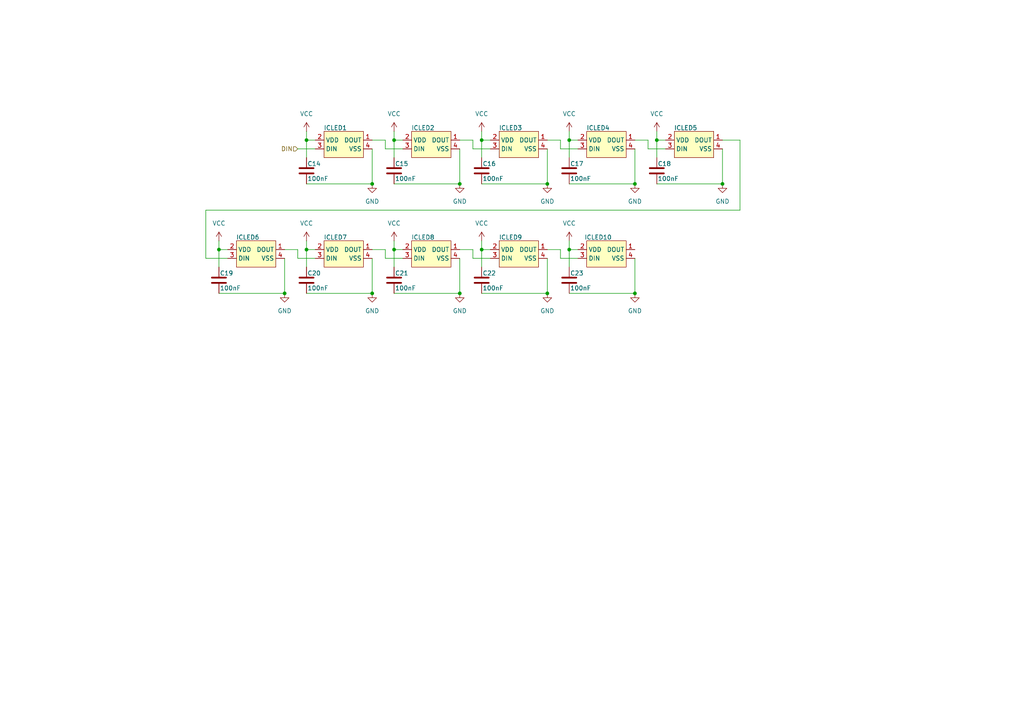
<source format=kicad_sch>
(kicad_sch (version 20250114) (generator "eeschema") (generator_version "9.0")
  (paper "A4")
  (lib_symbols
    (symbol "Device:C" (pin_numbers (hide yes)) (pin_names (offset 0.254))
      (property "Reference" "C" (at 0.635 2.54 0))
      (property "Value" "C" (at 0.635 -2.54 0))
      (symbol "C_0_1"
        (polyline (pts (xy -2.032 0.762) (xy 2.032 0.762)) (stroke (width 0.508)))
        (polyline (pts (xy -2.032 -0.762) (xy 2.032 -0.762)) (stroke (width 0.508)))
      )
      (symbol "C_1_1"
        (pin passive line (at 0 3.81 270) (length 2.794) (name "~") (number "1"))
        (pin passive line (at 0 -3.81 90) (length 2.794) (name "~") (number "2"))
      )
    )
    (symbol "My_Parts:Address_LED"
      (property "Reference" "ICLED" (at -2.54 4.826 0))
      (symbol "Address_LED_1_1"
        (rectangle (start -5.08 3.81) (end 6.35 -3.81) (fill (type background)))
        (pin power_in line (at -7.62 1.27 0) (length 2.54) (name "VDD") (number "2"))
        (pin input line (at -7.62 -1.27 0) (length 2.54) (name "DIN") (number "3"))
        (pin output line (at 8.89 1.27 180) (length 2.54) (name "DOUT") (number "1"))
        (pin passive line (at 8.89 -1.27 180) (length 2.54) (name "VSS") (number "4"))
      )
    )
    (symbol "power:GND" (power) (pin_numbers (hide yes)) (pin_names (offset 0) (hide yes))
      (property "Value" "GND" (at 0 -3.81 0))
      (symbol "GND_0_1"
        (polyline (pts (xy 0 0) (xy 0 -1.27) (xy 1.27 -1.27) (xy 0 -2.54) (xy -1.27 -1.27) (xy 0 -1.27)))
      )
      (symbol "GND_1_1"
        (pin power_in line (at 0 0 270) (length 0) (name "~") (number "1"))
      )
    )
    (symbol "power:VCC" (power) (pin_numbers (hide yes)) (pin_names (offset 0) (hide yes))
      (property "Value" "VCC" (at 0 3.556 0))
      (symbol "VCC_0_1"
        (polyline (pts (xy -0.762 1.27) (xy 0 2.54)))
        (polyline (pts (xy 0 2.54) (xy 0.762 1.27)))
        (polyline (pts (xy 0 0) (xy 0 2.54)))
      )
      (symbol "VCC_1_1"
        (pin power_in line (at 0 0 90) (length 0) (name "~") (number "1"))
      )
    )
  )
  (junction (at 184.15 85.09))
  (junction (at 107.95 85.09))
  (junction (at 133.35 85.09))
  (junction (at 114.3 72.39))
  (junction (at 158.75 85.09))
  (junction (at 133.35 53.34))
  (junction (at 165.1 72.39))
  (junction (at 82.55 85.09))
  (junction (at 158.75 53.34))
  (junction (at 139.7 40.64))
  (junction (at 139.7 72.39))
  (junction (at 114.3 40.64))
  (junction (at 184.15 53.34))
  (junction (at 88.9 72.39))
  (junction (at 63.5 72.39))
  (junction (at 107.95 53.34))
  (junction (at 165.1 40.64))
  (junction (at 190.5 40.64))
  (junction (at 209.55 53.34))
  (junction (at 88.9 40.64))
  (wire (pts (xy 184.15 74.93) (xy 184.15 85.09)))
  (wire (pts (xy 111.76 74.93) (xy 116.84 74.93)))
  (wire (pts (xy 86.36 72.39) (xy 86.36 74.93)))
  (wire (pts (xy 91.44 72.39) (xy 88.9 72.39)))
  (wire (pts (xy 139.7 85.09) (xy 158.75 85.09)))
  (wire (pts (xy 193.04 40.64) (xy 190.5 40.64)))
  (wire (pts (xy 88.9 69.85) (xy 88.9 72.39)))
  (wire (pts (xy 63.5 69.85) (xy 63.5 72.39)))
  (wire (pts (xy 165.1 72.39) (xy 165.1 77.47)))
  (wire (pts (xy 133.35 40.64) (xy 137.16 40.64)))
  (wire (pts (xy 139.7 69.85) (xy 139.7 72.39)))
  (wire (pts (xy 139.7 40.64) (xy 139.7 45.72)))
  (wire (pts (xy 86.36 74.93) (xy 91.44 74.93)))
  (wire (pts (xy 209.55 40.64) (xy 214.63 40.64)))
  (wire (pts (xy 165.1 40.64) (xy 165.1 45.72)))
  (wire (pts (xy 165.1 38.1) (xy 165.1 40.64)))
  (wire (pts (xy 139.7 53.34) (xy 158.75 53.34)))
  (wire (pts (xy 66.04 72.39) (xy 63.5 72.39)))
  (wire (pts (xy 116.84 72.39) (xy 114.3 72.39)))
  (wire (pts (xy 162.56 40.64) (xy 162.56 43.18)))
  (wire (pts (xy 190.5 40.64) (xy 190.5 45.72)))
  (wire (pts (xy 158.75 43.18) (xy 158.75 53.34)))
  (wire (pts (xy 142.24 72.39) (xy 139.7 72.39)))
  (wire (pts (xy 82.55 74.93) (xy 82.55 85.09)))
  (wire (pts (xy 88.9 85.09) (xy 107.95 85.09)))
  (wire (pts (xy 59.69 74.93) (xy 66.04 74.93)))
  (wire (pts (xy 209.55 43.18) (xy 209.55 53.34)))
  (wire (pts (xy 111.76 72.39) (xy 111.76 74.93)))
  (wire (pts (xy 158.75 72.39) (xy 162.56 72.39)))
  (wire (pts (xy 133.35 72.39) (xy 137.16 72.39)))
  (wire (pts (xy 114.3 38.1) (xy 114.3 40.64)))
  (wire (pts (xy 158.75 40.64) (xy 162.56 40.64)))
  (wire (pts (xy 167.64 72.39) (xy 165.1 72.39)))
  (wire (pts (xy 142.24 40.64) (xy 139.7 40.64)))
  (wire (pts (xy 111.76 43.18) (xy 116.84 43.18)))
  (wire (pts (xy 111.76 40.64) (xy 111.76 43.18)))
  (wire (pts (xy 63.5 72.39) (xy 63.5 77.47)))
  (wire (pts (xy 187.96 43.18) (xy 193.04 43.18)))
  (wire (pts (xy 133.35 74.93) (xy 133.35 85.09)))
  (wire (pts (xy 165.1 69.85) (xy 165.1 72.39)))
  (wire (pts (xy 139.7 38.1) (xy 139.7 40.64)))
  (wire (pts (xy 137.16 74.93) (xy 142.24 74.93)))
  (wire (pts (xy 190.5 38.1) (xy 190.5 40.64)))
  (wire (pts (xy 114.3 69.85) (xy 114.3 72.39)))
  (wire (pts (xy 114.3 85.09) (xy 133.35 85.09)))
  (wire (pts (xy 158.75 74.93) (xy 158.75 85.09)))
  (wire (pts (xy 137.16 72.39) (xy 137.16 74.93)))
  (wire (pts (xy 114.3 40.64) (xy 114.3 45.72)))
  (wire (pts (xy 167.64 40.64) (xy 165.1 40.64)))
  (wire (pts (xy 88.9 72.39) (xy 88.9 77.47)))
  (wire (pts (xy 107.95 74.93) (xy 107.95 85.09)))
  (wire (pts (xy 107.95 40.64) (xy 111.76 40.64)))
  (wire (pts (xy 91.44 40.64) (xy 88.9 40.64)))
  (wire (pts (xy 63.5 85.09) (xy 82.55 85.09)))
  (wire (pts (xy 214.63 40.64) (xy 214.63 60.96)))
  (wire (pts (xy 184.15 40.64) (xy 187.96 40.64)))
  (wire (pts (xy 214.63 60.96) (xy 59.69 60.96)))
  (wire (pts (xy 114.3 72.39) (xy 114.3 77.47)))
  (wire (pts (xy 187.96 40.64) (xy 187.96 43.18)))
  (wire (pts (xy 139.7 72.39) (xy 139.7 77.47)))
  (wire (pts (xy 184.15 43.18) (xy 184.15 53.34)))
  (wire (pts (xy 162.56 72.39) (xy 162.56 74.93)))
  (wire (pts (xy 107.95 43.18) (xy 107.95 53.34)))
  (wire (pts (xy 133.35 43.18) (xy 133.35 53.34)))
  (wire (pts (xy 137.16 43.18) (xy 142.24 43.18)))
  (wire (pts (xy 116.84 40.64) (xy 114.3 40.64)))
  (wire (pts (xy 190.5 53.34) (xy 209.55 53.34)))
  (wire (pts (xy 165.1 53.34) (xy 184.15 53.34)))
  (wire (pts (xy 59.69 60.96) (xy 59.69 74.93)))
  (wire (pts (xy 162.56 74.93) (xy 167.64 74.93)))
  (wire (pts (xy 114.3 53.34) (xy 133.35 53.34)))
  (wire (pts (xy 86.36 43.18) (xy 91.44 43.18)))
  (wire (pts (xy 82.55 72.39) (xy 86.36 72.39)))
  (wire (pts (xy 165.1 85.09) (xy 184.15 85.09)))
  (wire (pts (xy 88.9 53.34) (xy 107.95 53.34)))
  (wire (pts (xy 88.9 40.64) (xy 88.9 45.72)))
  (wire (pts (xy 107.95 72.39) (xy 111.76 72.39)))
  (wire (pts (xy 137.16 40.64) (xy 137.16 43.18)))
  (wire (pts (xy 88.9 38.1) (xy 88.9 40.64)))
  (wire (pts (xy 162.56 43.18) (xy 167.64 43.18)))
  (hierarchical_label "DIN" (shape input) (at 86.36 43.18 180))
  (symbol (lib_id "My_Parts:Address_LED") (at 200.66 41.91 0) (unit 1)
    (property "Reference" "ICLED5" (at 198.882 37.084 0))
    (property "Footprint" "My_Parts:1312020030000" (effects (hide yes)))
  )
  (symbol (lib_id "power:VCC") (at 139.7 38.1 0) (unit 1)
    (property "Reference" "#PWR035" (effects (hide yes)))
    (property "Value" "VCC" (at 139.7 33.02 0))
    (property "Description" "Power symbol creates a global label with name \"VCC\"" (effects (hide yes)))
  )
  (symbol (lib_id "My_Parts:Address_LED") (at 175.26 73.66 0) (unit 1)
    (property "Reference" "ICLED10" (at 173.482 68.834 0))
    (property "Footprint" "My_Parts:1312020030000" (effects (hide yes)))
  )
  (symbol (lib_id "power:GND") (at 133.35 53.34 0) (unit 1)
    (property "Reference" "#PWR039" (effects (hide yes)))
    (property "Value" "GND" (at 133.35 58.42 0))
    (property "Description" "Power symbol creates a global label with name \"GND\" , ground" (effects (hide yes)))
  )
  (symbol (lib_id "Device:C") (at 165.1 49.53 0) (unit 1)
    (property "Reference" "C17" (at 165.354 47.498 0) (effects (justify left)))
    (property "Value" "100nF" (at 165.354 51.816 0) (effects (justify left)))
    (property "Footprint" "Capacitor_SMD:C_0402_1005Metric" (effects (hide yes)))
    (property "Description" "Unpolarized capacitor" (effects (hide yes)))
  )
  (symbol (lib_id "power:VCC") (at 165.1 69.85 0) (unit 1)
    (property "Reference" "#PWR047" (effects (hide yes)))
    (property "Value" "VCC" (at 165.1 64.77 0))
    (property "Description" "Power symbol creates a global label with name \"VCC\"" (effects (hide yes)))
  )
  (symbol (lib_id "power:GND") (at 184.15 85.09 0) (unit 1)
    (property "Reference" "#PWR052" (effects (hide yes)))
    (property "Value" "GND" (at 184.15 90.17 0))
    (property "Description" "Power symbol creates a global label with name \"GND\" , ground" (effects (hide yes)))
  )
  (symbol (lib_id "power:GND") (at 184.15 53.34 0) (unit 1)
    (property "Reference" "#PWR041" (effects (hide yes)))
    (property "Value" "GND" (at 184.15 58.42 0))
    (property "Description" "Power symbol creates a global label with name \"GND\" , ground" (effects (hide yes)))
  )
  (symbol (lib_id "My_Parts:Address_LED") (at 73.66 73.66 0) (unit 1)
    (property "Reference" "ICLED6" (at 71.882 68.834 0))
    (property "Footprint" "My_Parts:1312020030000" (effects (hide yes)))
  )
  (symbol (lib_id "power:VCC") (at 190.5 38.1 0) (unit 1)
    (property "Reference" "#PWR037" (effects (hide yes)))
    (property "Value" "VCC" (at 190.5 33.02 0))
    (property "Description" "Power symbol creates a global label with name \"VCC\"" (effects (hide yes)))
  )
  (symbol (lib_id "My_Parts:Address_LED") (at 99.06 73.66 0) (unit 1)
    (property "Reference" "ICLED7" (at 97.282 68.834 0))
    (property "Footprint" "My_Parts:1312020030000" (effects (hide yes)))
  )
  (symbol (lib_id "Device:C") (at 114.3 81.28 0) (unit 1)
    (property "Reference" "C21" (at 114.554 79.248 0) (effects (justify left)))
    (property "Value" "100nF" (at 114.554 83.566 0) (effects (justify left)))
    (property "Footprint" "Capacitor_SMD:C_0402_1005Metric" (effects (hide yes)))
    (property "Description" "Unpolarized capacitor" (effects (hide yes)))
  )
  (symbol (lib_id "My_Parts:Address_LED") (at 124.46 41.91 0) (unit 1)
    (property "Reference" "ICLED2" (at 122.682 37.084 0))
    (property "Footprint" "My_Parts:1312020030000" (effects (hide yes)))
  )
  (symbol (lib_id "Device:C") (at 190.5 49.53 0) (unit 1)
    (property "Reference" "C18" (at 190.754 47.498 0) (effects (justify left)))
    (property "Value" "100nF" (at 190.754 51.816 0) (effects (justify left)))
    (property "Footprint" "Capacitor_SMD:C_0402_1005Metric" (effects (hide yes)))
    (property "Description" "Unpolarized capacitor" (effects (hide yes)))
  )
  (symbol (lib_id "power:VCC") (at 165.1 38.1 0) (unit 1)
    (property "Reference" "#PWR036" (effects (hide yes)))
    (property "Value" "VCC" (at 165.1 33.02 0))
    (property "Description" "Power symbol creates a global label with name \"VCC\"" (effects (hide yes)))
  )
  (symbol (lib_id "My_Parts:Address_LED") (at 175.26 41.91 0) (unit 1)
    (property "Reference" "ICLED4" (at 173.482 37.084 0))
    (property "Footprint" "My_Parts:1312020030000" (effects (hide yes)))
  )
  (symbol (lib_id "power:GND") (at 107.95 53.34 0) (unit 1)
    (property "Reference" "#PWR038" (effects (hide yes)))
    (property "Value" "GND" (at 107.95 58.42 0))
    (property "Description" "Power symbol creates a global label with name \"GND\" , ground" (effects (hide yes)))
  )
  (symbol (lib_id "Device:C") (at 165.1 81.28 0) (unit 1)
    (property "Reference" "C23" (at 165.354 79.248 0) (effects (justify left)))
    (property "Value" "100nF" (at 165.354 83.566 0) (effects (justify left)))
    (property "Footprint" "Capacitor_SMD:C_0402_1005Metric" (effects (hide yes)))
    (property "Description" "Unpolarized capacitor" (effects (hide yes)))
  )
  (symbol (lib_id "Device:C") (at 88.9 49.53 0) (unit 1)
    (property "Reference" "C14" (at 89.154 47.498 0) (effects (justify left)))
    (property "Value" "100nF" (at 89.154 51.816 0) (effects (justify left)))
    (property "Footprint" "Capacitor_SMD:C_0402_1005Metric" (effects (hide yes)))
    (property "Description" "Unpolarized capacitor" (effects (hide yes)))
  )
  (symbol (lib_id "My_Parts:Address_LED") (at 99.06 41.91 0) (unit 1)
    (property "Reference" "ICLED1" (at 97.282 37.084 0))
    (property "Footprint" "My_Parts:1312020030000" (effects (hide yes)))
  )
  (symbol (lib_id "My_Parts:Address_LED") (at 149.86 41.91 0) (unit 1)
    (property "Reference" "ICLED3" (at 148.082 37.084 0))
    (property "Footprint" "My_Parts:1312020030000" (effects (hide yes)))
  )
  (symbol (lib_id "power:GND") (at 82.55 85.09 0) (unit 1)
    (property "Reference" "#PWR048" (effects (hide yes)))
    (property "Value" "GND" (at 82.55 90.17 0))
    (property "Description" "Power symbol creates a global label with name \"GND\" , ground" (effects (hide yes)))
  )
  (symbol (lib_id "power:VCC") (at 88.9 69.85 0) (unit 1)
    (property "Reference" "#PWR044" (effects (hide yes)))
    (property "Value" "VCC" (at 88.9 64.77 0))
    (property "Description" "Power symbol creates a global label with name \"VCC\"" (effects (hide yes)))
  )
  (symbol (lib_id "power:VCC") (at 114.3 69.85 0) (unit 1)
    (property "Reference" "#PWR045" (effects (hide yes)))
    (property "Value" "VCC" (at 114.3 64.77 0))
    (property "Description" "Power symbol creates a global label with name \"VCC\"" (effects (hide yes)))
  )
  (symbol (lib_id "Device:C") (at 139.7 49.53 0) (unit 1)
    (property "Reference" "C16" (at 139.954 47.498 0) (effects (justify left)))
    (property "Value" "100nF" (at 139.954 51.816 0) (effects (justify left)))
    (property "Footprint" "Capacitor_SMD:C_0402_1005Metric" (effects (hide yes)))
    (property "Description" "Unpolarized capacitor" (effects (hide yes)))
  )
  (symbol (lib_id "power:VCC") (at 63.5 69.85 0) (unit 1)
    (property "Reference" "#PWR043" (effects (hide yes)))
    (property "Value" "VCC" (at 63.5 64.77 0))
    (property "Description" "Power symbol creates a global label with name \"VCC\"" (effects (hide yes)))
  )
  (symbol (lib_id "My_Parts:Address_LED") (at 149.86 73.66 0) (unit 1)
    (property "Reference" "ICLED9" (at 148.082 68.834 0))
    (property "Footprint" "My_Parts:1312020030000" (effects (hide yes)))
  )
  (symbol (lib_id "power:GND") (at 107.95 85.09 0) (unit 1)
    (property "Reference" "#PWR049" (effects (hide yes)))
    (property "Value" "GND" (at 107.95 90.17 0))
    (property "Description" "Power symbol creates a global label with name \"GND\" , ground" (effects (hide yes)))
  )
  (symbol (lib_id "Device:C") (at 63.5 81.28 0) (unit 1)
    (property "Reference" "C19" (at 63.754 79.248 0) (effects (justify left)))
    (property "Value" "100nF" (at 63.754 83.566 0) (effects (justify left)))
    (property "Footprint" "Capacitor_SMD:C_0402_1005Metric" (effects (hide yes)))
    (property "Description" "Unpolarized capacitor" (effects (hide yes)))
  )
  (symbol (lib_id "power:VCC") (at 114.3 38.1 0) (unit 1)
    (property "Reference" "#PWR034" (effects (hide yes)))
    (property "Value" "VCC" (at 114.3 33.02 0))
    (property "Description" "Power symbol creates a global label with name \"VCC\"" (effects (hide yes)))
  )
  (symbol (lib_id "Device:C") (at 88.9 81.28 0) (unit 1)
    (property "Reference" "C20" (at 89.154 79.248 0) (effects (justify left)))
    (property "Value" "100nF" (at 89.154 83.566 0) (effects (justify left)))
    (property "Footprint" "Capacitor_SMD:C_0402_1005Metric" (effects (hide yes)))
    (property "Description" "Unpolarized capacitor" (effects (hide yes)))
  )
  (symbol (lib_id "My_Parts:Address_LED") (at 124.46 73.66 0) (unit 1)
    (property "Reference" "ICLED8" (at 122.682 68.834 0))
    (property "Footprint" "My_Parts:1312020030000" (effects (hide yes)))
  )
  (symbol (lib_id "power:VCC") (at 88.9 38.1 0) (unit 1)
    (property "Reference" "#PWR033" (effects (hide yes)))
    (property "Value" "VCC" (at 88.9 33.02 0))
    (property "Description" "Power symbol creates a global label with name \"VCC\"" (effects (hide yes)))
  )
  (symbol (lib_id "power:GND") (at 158.75 53.34 0) (unit 1)
    (property "Reference" "#PWR040" (effects (hide yes)))
    (property "Value" "GND" (at 158.75 58.42 0))
    (property "Description" "Power symbol creates a global label with name \"GND\" , ground" (effects (hide yes)))
  )
  (symbol (lib_id "power:VCC") (at 139.7 69.85 0) (unit 1)
    (property "Reference" "#PWR046" (effects (hide yes)))
    (property "Value" "VCC" (at 139.7 64.77 0))
    (property "Description" "Power symbol creates a global label with name \"VCC\"" (effects (hide yes)))
  )
  (symbol (lib_id "power:GND") (at 158.75 85.09 0) (unit 1)
    (property "Reference" "#PWR051" (effects (hide yes)))
    (property "Value" "GND" (at 158.75 90.17 0))
    (property "Description" "Power symbol creates a global label with name \"GND\" , ground" (effects (hide yes)))
  )
  (symbol (lib_id "Device:C") (at 139.7 81.28 0) (unit 1)
    (property "Reference" "C22" (at 139.954 79.248 0) (effects (justify left)))
    (property "Value" "100nF" (at 139.954 83.566 0) (effects (justify left)))
    (property "Footprint" "Capacitor_SMD:C_0402_1005Metric" (effects (hide yes)))
    (property "Description" "Unpolarized capacitor" (effects (hide yes)))
  )
  (symbol (lib_id "power:GND") (at 209.55 53.34 0) (unit 1)
    (property "Reference" "#PWR042" (effects (hide yes)))
    (property "Value" "GND" (at 209.55 58.42 0))
    (property "Description" "Power symbol creates a global label with name \"GND\" , ground" (effects (hide yes)))
  )
  (symbol (lib_id "power:GND") (at 133.35 85.09 0) (unit 1)
    (property "Reference" "#PWR050" (effects (hide yes)))
    (property "Value" "GND" (at 133.35 90.17 0))
    (property "Description" "Power symbol creates a global label with name \"GND\" , ground" (effects (hide yes)))
  )
  (symbol (lib_id "Device:C") (at 114.3 49.53 0) (unit 1)
    (property "Reference" "C15" (at 114.554 47.498 0) (effects (justify left)))
    (property "Value" "100nF" (at 114.554 51.816 0) (effects (justify left)))
    (property "Footprint" "Capacitor_SMD:C_0402_1005Metric" (effects (hide yes)))
    (property "Description" "Unpolarized capacitor" (effects (hide yes)))
  )
)
</source>
